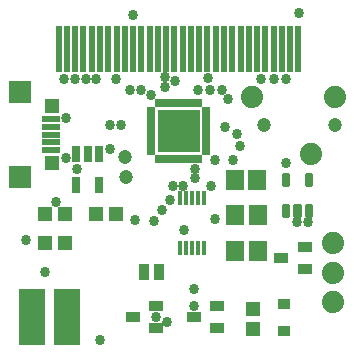
<source format=gbr>
G75*
%MOIN*%
%OFA0B0*%
%FSLAX25Y25*%
%IPPOS*%
%LPD*%
%AMOC8*
5,1,8,0,0,1.08239X$1,22.5*
%
%ADD10R,0.03162X0.01981*%
%ADD11R,0.01981X0.03162*%
%ADD12R,0.14383X0.14383*%
%ADD13R,0.02178X0.15800*%
%ADD14R,0.01784X0.04737*%
%ADD15R,0.03300X0.05800*%
%ADD16R,0.05918X0.06706*%
%ADD17R,0.04800X0.04800*%
%ADD18R,0.06115X0.02375*%
%ADD19R,0.07800X0.07800*%
%ADD20C,0.01661*%
%ADD21R,0.05131X0.04737*%
%ADD22R,0.02965X0.05524*%
%ADD23R,0.08674X0.18910*%
%ADD24R,0.04800X0.03300*%
%ADD25R,0.04068X0.03280*%
%ADD26C,0.07400*%
%ADD27C,0.04737*%
%ADD28R,0.04737X0.05131*%
%ADD29R,0.09800X0.09800*%
%ADD30C,0.03400*%
D10*
X0071049Y0074710D03*
X0071049Y0076679D03*
X0071049Y0078647D03*
X0071049Y0080616D03*
X0071049Y0082584D03*
X0071049Y0084553D03*
X0071049Y0086521D03*
X0071049Y0088490D03*
X0089553Y0088490D03*
X0089553Y0086521D03*
X0089553Y0084553D03*
X0089553Y0082584D03*
X0089553Y0080616D03*
X0089553Y0078647D03*
X0089553Y0076679D03*
X0089553Y0074710D03*
D11*
X0087191Y0072348D03*
X0085222Y0072348D03*
X0083254Y0072348D03*
X0081285Y0072348D03*
X0079317Y0072348D03*
X0077348Y0072348D03*
X0075380Y0072348D03*
X0073411Y0072348D03*
X0073411Y0090852D03*
X0075380Y0090852D03*
X0077348Y0090852D03*
X0079317Y0090852D03*
X0081285Y0090852D03*
X0083254Y0090852D03*
X0085222Y0090852D03*
X0087191Y0090852D03*
D12*
X0080301Y0081600D03*
D13*
X0081679Y0109100D03*
X0084435Y0109100D03*
X0087191Y0109100D03*
X0089947Y0109100D03*
X0092702Y0109100D03*
X0095458Y0109100D03*
X0098214Y0109100D03*
X0100970Y0109100D03*
X0103726Y0109100D03*
X0106482Y0109100D03*
X0109238Y0109100D03*
X0111994Y0109100D03*
X0114750Y0109100D03*
X0117506Y0109100D03*
X0120262Y0109100D03*
X0078923Y0109100D03*
X0076167Y0109100D03*
X0073411Y0109100D03*
X0070655Y0109100D03*
X0067899Y0109100D03*
X0065143Y0109100D03*
X0062388Y0109100D03*
X0059632Y0109100D03*
X0056876Y0109100D03*
X0054120Y0109100D03*
X0051364Y0109100D03*
X0048608Y0109100D03*
X0045852Y0109100D03*
X0043096Y0109100D03*
X0040340Y0109100D03*
D14*
X0080864Y0059419D03*
X0082832Y0059419D03*
X0084801Y0059419D03*
X0086769Y0059419D03*
X0088738Y0059419D03*
X0088738Y0042781D03*
X0086769Y0042781D03*
X0084801Y0042781D03*
X0082832Y0042781D03*
X0080864Y0042781D03*
D15*
X0073801Y0034600D03*
X0068801Y0034600D03*
D16*
X0099161Y0041770D03*
X0106641Y0041770D03*
X0106641Y0053600D03*
X0099161Y0053600D03*
X0098961Y0065200D03*
X0106441Y0065200D03*
D17*
X0038251Y0070900D03*
X0038251Y0089900D03*
D18*
X0037782Y0085518D03*
X0037782Y0082959D03*
X0037782Y0080400D03*
X0037782Y0077841D03*
X0037782Y0075282D03*
D19*
X0027501Y0066150D03*
X0027501Y0094650D03*
D20*
X0115507Y0063930D02*
X0116615Y0063930D01*
X0115507Y0063930D02*
X0115507Y0067006D01*
X0116615Y0067006D01*
X0116615Y0063930D01*
X0116615Y0065590D02*
X0115507Y0065590D01*
X0122987Y0063930D02*
X0124095Y0063930D01*
X0122987Y0063930D02*
X0122987Y0067006D01*
X0124095Y0067006D01*
X0124095Y0063930D01*
X0124095Y0065590D02*
X0122987Y0065590D01*
X0122987Y0053694D02*
X0124095Y0053694D01*
X0122987Y0053694D02*
X0122987Y0056770D01*
X0124095Y0056770D01*
X0124095Y0053694D01*
X0124095Y0055354D02*
X0122987Y0055354D01*
X0120355Y0053694D02*
X0119247Y0053694D01*
X0119247Y0056770D01*
X0120355Y0056770D01*
X0120355Y0053694D01*
X0120355Y0055354D02*
X0119247Y0055354D01*
X0116615Y0053694D02*
X0115507Y0053694D01*
X0115507Y0056770D01*
X0116615Y0056770D01*
X0116615Y0053694D01*
X0116615Y0055354D02*
X0115507Y0055354D01*
D21*
X0059597Y0053900D03*
X0052904Y0053900D03*
X0042497Y0053850D03*
X0035804Y0053850D03*
X0035804Y0044350D03*
X0042497Y0044350D03*
D22*
X0046261Y0063681D03*
X0053741Y0063681D03*
X0053741Y0073919D03*
X0050001Y0073919D03*
X0046261Y0073919D03*
D23*
X0031364Y0019567D03*
X0043238Y0019567D03*
D24*
X0064964Y0019600D03*
X0072838Y0015860D03*
X0072838Y0023340D03*
X0085364Y0019600D03*
X0093238Y0015860D03*
X0093238Y0023340D03*
X0114444Y0039220D03*
X0122318Y0035480D03*
X0122318Y0042960D03*
D25*
X0115351Y0023978D03*
X0115351Y0014922D03*
D26*
X0131901Y0024607D03*
X0131901Y0034450D03*
X0131901Y0044293D03*
X0124559Y0074051D03*
X0132433Y0092949D03*
X0104874Y0092949D03*
D27*
X0108811Y0083500D03*
X0132433Y0083500D03*
X0062801Y0066450D03*
X0062601Y0072850D03*
D28*
X0105101Y0022346D03*
X0105101Y0015654D03*
D29*
X0080301Y0081600D03*
D30*
X0071001Y0093600D03*
X0067951Y0095450D03*
X0064201Y0095300D03*
X0059301Y0099100D03*
X0052801Y0099100D03*
X0049301Y0099100D03*
X0045801Y0099100D03*
X0042096Y0099100D03*
X0042801Y0085900D03*
X0042801Y0072600D03*
X0046301Y0068800D03*
X0039501Y0057900D03*
X0029501Y0045170D03*
X0035801Y0034600D03*
X0054101Y0011900D03*
X0072801Y0019500D03*
X0076601Y0017800D03*
X0085401Y0023300D03*
X0085401Y0028800D03*
X0082051Y0048750D03*
X0074801Y0055200D03*
X0077601Y0058700D03*
X0078301Y0063350D03*
X0081801Y0063350D03*
X0085801Y0065850D03*
X0085801Y0069100D03*
X0092301Y0072100D03*
X0098301Y0072100D03*
X0100901Y0076500D03*
X0099801Y0080600D03*
X0095647Y0083100D03*
X0096901Y0092400D03*
X0094701Y0095200D03*
X0090901Y0095200D03*
X0090051Y0099150D03*
X0086801Y0095300D03*
X0078991Y0098420D03*
X0075801Y0099600D03*
X0075881Y0096280D03*
X0061251Y0083700D03*
X0057301Y0083600D03*
X0057301Y0075700D03*
X0062601Y0072850D03*
X0062801Y0066450D03*
X0065901Y0052000D03*
X0072101Y0051500D03*
X0091101Y0063200D03*
X0092451Y0052250D03*
X0116101Y0071100D03*
X0119901Y0051200D03*
X0123601Y0051200D03*
X0116050Y0098998D03*
X0111994Y0098998D03*
X0107738Y0098998D03*
X0120301Y0121000D03*
X0065101Y0120200D03*
M02*

</source>
